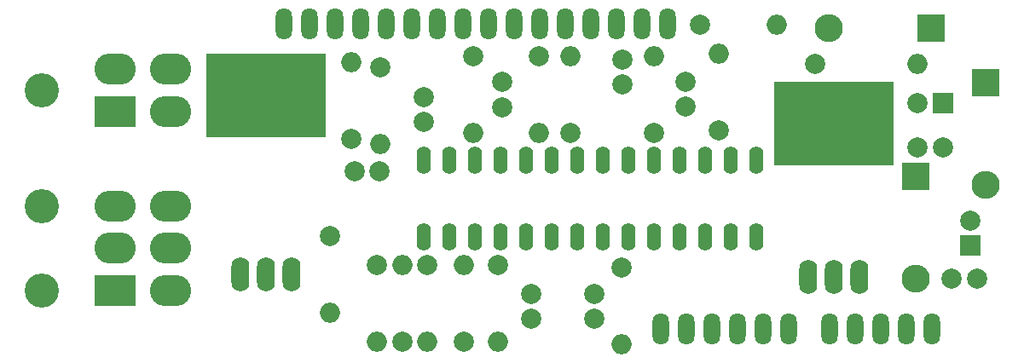
<source format=gts>
G04 #@! TF.GenerationSoftware,KiCad,Pcbnew,5.1.4-e60b266~84~ubuntu19.04.1*
G04 #@! TF.CreationDate,2019-08-18T21:03:41+02:00*
G04 #@! TF.ProjectId,SLC_Free_PCB,534c435f-4672-4656-955f-5043422e6b69,rev?*
G04 #@! TF.SameCoordinates,Original*
G04 #@! TF.FileFunction,Soldermask,Top*
G04 #@! TF.FilePolarity,Negative*
%FSLAX46Y46*%
G04 Gerber Fmt 4.6, Leading zero omitted, Abs format (unit mm)*
G04 Created by KiCad (PCBNEW 5.1.4-e60b266~84~ubuntu19.04.1) date 2019-08-18 21:03:41*
%MOMM*%
%LPD*%
G04 APERTURE LIST*
%ADD10O,2.000000X2.000000*%
%ADD11C,2.000000*%
%ADD12C,3.400000*%
%ADD13O,4.100000X3.100000*%
%ADD14R,4.100000X3.100000*%
%ADD15R,11.900000X8.400000*%
%ADD16O,1.778000X3.454400*%
%ADD17O,1.422400X2.743200*%
%ADD18O,1.625600X3.149600*%
%ADD19R,2.800000X2.800000*%
%ADD20O,2.800000X2.800000*%
%ADD21R,2.000000X2.000000*%
G04 APERTURE END LIST*
D10*
X152981500Y-122110000D03*
D11*
X152981500Y-114490000D03*
D12*
X95430000Y-96890000D03*
D13*
X108230000Y-94790000D03*
X108230000Y-98990000D03*
X102730000Y-94790000D03*
D14*
X102730000Y-98990000D03*
D12*
X95420000Y-108380000D03*
X95420000Y-116780000D03*
D13*
X108220000Y-108380000D03*
X108220000Y-112580000D03*
X108220000Y-116780000D03*
X102720000Y-108380000D03*
X102720000Y-112580000D03*
D14*
X102720000Y-116780000D03*
D10*
X182400000Y-94270000D03*
D11*
X172240000Y-94270000D03*
X141150000Y-96050000D03*
X141150000Y-98550000D03*
D10*
X147925000Y-93480000D03*
D11*
X147925000Y-101100000D03*
D10*
X144810000Y-101090000D03*
D11*
X144810000Y-93470000D03*
D10*
X168395000Y-90375000D03*
D11*
X160775000Y-90375000D03*
D10*
X156250000Y-93505000D03*
D11*
X156250000Y-101125000D03*
D10*
X162650000Y-93205000D03*
D11*
X162650000Y-100825000D03*
D10*
X124050000Y-118950000D03*
D11*
X124050000Y-111330000D03*
D10*
X131275000Y-114200000D03*
D11*
X131275000Y-121820000D03*
D10*
X128725000Y-121820000D03*
D11*
X128725000Y-114200000D03*
D10*
X133725000Y-121820000D03*
D11*
X133725000Y-114200000D03*
D10*
X137325000Y-114200000D03*
D11*
X137325000Y-121820000D03*
D10*
X140725000Y-121820000D03*
D11*
X140725000Y-114200000D03*
D10*
X138300300Y-101079400D03*
D11*
X138300300Y-93459400D03*
D10*
X129075000Y-102170000D03*
D11*
X129075000Y-94550000D03*
D10*
X126200000Y-94080000D03*
D11*
X126200000Y-101700000D03*
X126500000Y-104900000D03*
X129000000Y-104900000D03*
X144075000Y-119575000D03*
X144075000Y-117075000D03*
X150275000Y-117075000D03*
X150275000Y-119575000D03*
X188320000Y-115620000D03*
X185820000Y-115620000D03*
X182400000Y-102570000D03*
X184900000Y-102570000D03*
X159356900Y-98500000D03*
X159356900Y-96000000D03*
X153130000Y-93800000D03*
X153130000Y-96300000D03*
X133347300Y-97538000D03*
X133347300Y-100038000D03*
D15*
X117690000Y-97410000D03*
D16*
X115150000Y-115190000D03*
X117690000Y-115190000D03*
X120230000Y-115190000D03*
D15*
X174114300Y-100217200D03*
D16*
X171574300Y-115457200D03*
X174114300Y-115457200D03*
X176654300Y-115457200D03*
D17*
X133347300Y-103848000D03*
X135887300Y-103848000D03*
X138427300Y-103848000D03*
X140967300Y-103848000D03*
X143507300Y-103848000D03*
X146047300Y-103848000D03*
X148587300Y-103848000D03*
X151127300Y-103848000D03*
X153667300Y-103848000D03*
X156207300Y-103848000D03*
X158747300Y-103848000D03*
X161287300Y-103848000D03*
X163827300Y-103848000D03*
X166367300Y-103848000D03*
X166367300Y-111468000D03*
X163827300Y-111468000D03*
X161287300Y-111468000D03*
X158747300Y-111468000D03*
X156207300Y-111468000D03*
X153667300Y-111468000D03*
X143507300Y-111468000D03*
X146047300Y-111468000D03*
X140967300Y-111468000D03*
X138427300Y-111468000D03*
X151127300Y-111468000D03*
X148587300Y-111468000D03*
X135887300Y-111468000D03*
X133347300Y-111468000D03*
D18*
X183817100Y-120586600D03*
X181277100Y-120586600D03*
X178737100Y-120586600D03*
X176197100Y-120586600D03*
X173657100Y-120586600D03*
X157578900Y-90309800D03*
X155038900Y-90309800D03*
X152498900Y-90309800D03*
X149958900Y-90309800D03*
X147418900Y-90309800D03*
X144878900Y-90309800D03*
X142338900Y-90309800D03*
X139798900Y-90309800D03*
X137258900Y-90309800D03*
X134718900Y-90309800D03*
X132178900Y-90309800D03*
X129638900Y-90309800D03*
X127098900Y-90309800D03*
X124558900Y-90309800D03*
X122018900Y-90309800D03*
X119478900Y-90309800D03*
X169593100Y-120586600D03*
X167053100Y-120586600D03*
X164513100Y-120586600D03*
X161973100Y-120586600D03*
X159433100Y-120586600D03*
X156893100Y-120586600D03*
D19*
X183730000Y-90700000D03*
D20*
X173570000Y-90700000D03*
D19*
X182250000Y-105440000D03*
D20*
X182250000Y-115600000D03*
X189140000Y-106300000D03*
D19*
X189140000Y-96140000D03*
D21*
X184900000Y-98160000D03*
D11*
X182400000Y-98160000D03*
X187650000Y-109790000D03*
D21*
X187650000Y-112290000D03*
M02*

</source>
